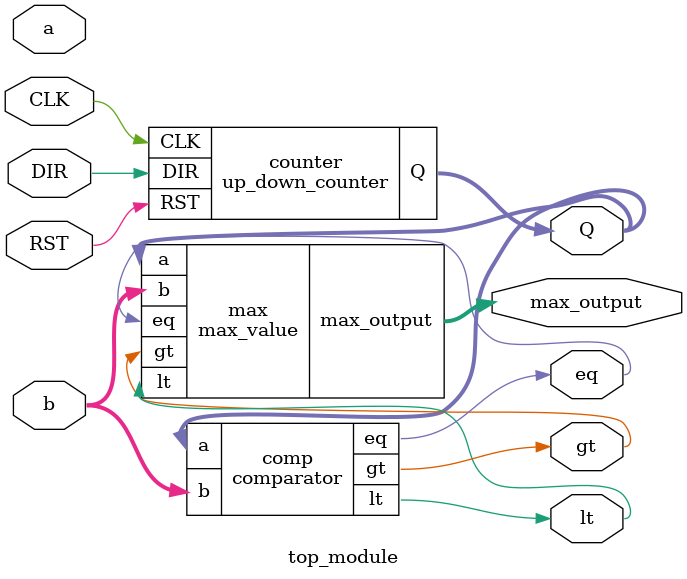
<source format=v>

module up_down_counter (
    input CLK,
    input RST,
    input DIR,
    output reg [15:0] Q
);

    always @(posedge CLK) begin
        if (RST) begin
            Q <= 16'h0000;
        end else begin
            if (DIR) begin
                Q <= Q + 16'b1;
            end else if (Q != 16'h0000) begin
                Q <= Q - 16'b1;
            end
        end
    end

endmodule
module comparator (
    input [15:0] a,
    input [15:0] b,
    output reg lt,
    output reg eq,
    output reg gt
);

    always @(*) begin
        if (a < b) begin
            lt = 1'b1;
            eq = 1'b0;
            gt = 1'b0;
        end else if (a == b) begin
            lt = 1'b0;
            eq = 1'b1;
            gt = 1'b0;
        end else begin
            lt = 1'b0;
            eq = 1'b0;
            gt = 1'b1;
        end
    end

endmodule
module max_value (
    input [15:0] a,
    input lt,
    input eq,
    input gt,
    input [15:0] b,
    output reg [15:0] max_output
);

    always @(*) begin
        if (gt) begin
            max_output = b;
        end else begin
            max_output = a;
        end
    end

endmodule
module top_module (
    input CLK,
    input RST,
    input DIR,
    input [15:0] a,
    input [15:0] b,
    output reg [15:0] Q,
    output reg lt,
    output reg eq,
    output reg gt,
    output reg [15:0] max_output
);

    up_down_counter counter (
        .CLK(CLK),
        .RST(RST),
        .DIR(DIR),
        .Q(Q)
    );

    comparator comp (
        .a(Q),
        .b(b),
        .lt(lt),
        .eq(eq),
        .gt(gt)
    );

    max_value max (
        .a(Q),
        .lt(lt),
        .eq(eq),
        .gt(gt),
        .b(b),
        .max_output(max_output)
    );

endmodule
</source>
